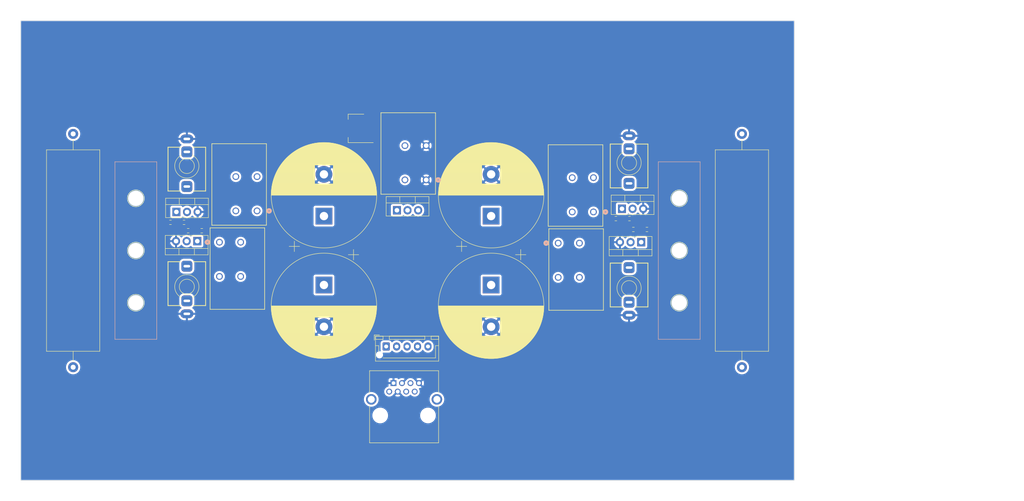
<source format=kicad_pcb>
(kicad_pcb (version 20221018) (generator pcbnew)
  (layers (0 "F.Cu" signal) (31 "B.Cu" signal) (34 "B.Paste" user) (35 "F.Paste" user) (36 "B.SilkS" user "B.Silkscreen") (37 "F.SilkS" user "F.Silkscreen") (38 "B.Mask" user) (39 "F.Mask" user) (44 "Edge.Cuts" user))
  (net 0 "")
  (net 1 "GND")
  (net 2 "LED_R")
  (net 3 "LED_G")
  (net 4 "LED_B")
  (net 5 "LED_W")
  (net 6 "VDC")
  (net 8 "drain_R")
  (net 9 "drain_G")
  (net 10 "drain_B")
  (net 11 "drain_W")
  (net 12 "Vin")
  (net 13 "Drain_shunt")
  (net 15 "Net-(Q201-G)")
  (net 19 "Net-(Q301-G)")
  (net 20 "Net-(Q401-G)")
  (net 21 "Net-(Q501-G)")
  (footprint "Capacitor_THT:CP_Radial_D25.0mm_P10.00mm_SnapIn" (layer "F.Cu") (at 120 108.25 -90)
    (fp_text reference "C301" hide)
    (fp_text value "2.2m" hide)
    (pad "1" thru_hole rect (at 0 0 270) (size 4 4) (drill 2) (layers "*.Cu" "*.Mask") (net 6 "VDC"))
    (pad "2" thru_hole circle (at 10 0 270) (size 4 4) (drill 2) (layers "*.Cu" "*.Mask") (net 1 "GND"))
  )
  (footprint "Package_TO_SOT_THT:TO-220-3_Vertical" (layer "F.Cu") (at 151.3 90)
    (fp_text reference "Q201" hide)
    (fp_text value "FQP30N06L" hide)
    (pad "1" thru_hole rect (at 0 0) (size 1.905 2) (drill 1.1) (layers "*.Cu" "*.Mask") (net 15 "Net-(Q201-G)"))
    (pad "2" thru_hole oval (at 2.54 0) (size 1.905 2) (drill 1.1) (layers "*.Cu" "*.Mask") (net 8 "drain_R"))
    (pad "3" thru_hole oval (at 5.08 0) (size 1.905 2) (drill 1.1) (layers "*.Cu" "*.Mask") (net 1 "GND"))
  )
  (footprint "matterwave:RJ45" (layer "F.Cu") (at 99.175 137.41466)
    (fp_text reference "CO101" hide)
    (fp_text value "RJ45" hide)
    (pad "" np_thru_hole circle (at -5.715 2.08534) (size 3.25 3.25) (drill 3.25) (layers "*.Cu" "*.Mask"))
    (pad "" np_thru_hole circle (at 5.715 2.08534) (size 3.25 3.25) (drill 3.25) (layers "*.Cu" "*.Mask"))
    (pad "Bl" thru_hole circle (at 0.505 -3.63466) (size 1.398 1.398) (drill 0.89) (layers "*.Cu" "*.Mask") (net 3 "LED_G"))
    (pad "Bl*" thru_hole circle (at -0.505 -5.66466) (size 1.398 1.398) (drill 0.89) (layers "*.Cu" "*.Mask") (net 1 "GND"))
    (pad "Br" thru_hole circle (at 2.535 -3.63466) (size 1.398 1.398) (drill 0.89) (layers "*.Cu" "*.Mask") (net 5 "LED_W"))
    (pad "Br*" thru_hole circle (at 3.555 -5.66466) (size 1.398 1.398) (drill 0.89) (layers "*.Cu" "*.Mask") (net 1 "GND"))
    (pad "Gr" thru_hole circle (at 1.525 -5.66466) (size 1.398 1.398) (drill 0.89) (layers "*.Cu" "*.Mask") (net 4 "LED_B"))
    (pad "Gr*" thru_hole circle (at -1.525 -3.63466) (size 1.398 1.398) (drill 0.89) (layers "*.Cu" "*.Mask") (net 1 "GND"))
    (pad "Or" thru_hole circle (at -3.555 -3.63466) (size 1.398 1.398) (drill 0.89) (layers "*.Cu" "*.Mask") (net 2 "LED_R"))
    (pad "Or*" thru_hole rect (at -2.535 -5.66466) (size 1.398 1.398) (drill 0.89) (layers "*.Cu" "*.Mask") (net 1 "GND"))
    (pad "S" thru_hole circle (at -7.85 -1.77466) (size 2.52 2.52) (drill 1.68) (layers "*.Cu" "*.Mask"))
    (pad "S" thru_hole circle (at 7.85 -1.77466) (size 2.52 2.52) (drill 1.68) (layers "*.Cu" "*.Mask"))
  )
  (footprint "MountingEquipment:DINRailAdapter_3xM3_PhoenixContact_1201578" (layer "F.Cu") (at 35 100 90)
    (fp_text reference "H102" hide)
    (fp_text value "MountingHole" hide)
    (pad "" np_thru_hole circle (at -12.5 0 90) (size 3.2 3.2) (drill 3.2) (layers "*.Cu" "*.Mask"))
    (pad "" np_thru_hole circle (at 0 0 90) (size 3.2 3.2) (drill 3.2) (layers "*.Cu" "*.Mask"))
    (pad "" np_thru_hole circle (at 12.5 0 90) (size 3.2 3.2) (drill 3.2) (layers "*.Cu" "*.Mask"))
  )
  (footprint "Resistor_SMD:R_0603_1608Metric" (layer "F.Cu") (at 153.09 92.35 180)
    (fp_text reference "R202" hide)
    (fp_text value "470k" hide)
    (pad "1" smd roundrect (at -0.825 0 180) (size 0.8 0.95) (layers "F.Cu" "F.Paste" "F.Mask") (net 1 "GND"))
    (pad "2" smd roundrect (at 0.825 0 180) (size 0.8 0.95) (layers "F.Cu" "F.Paste" "F.Mask") (net 15 "Net-(Q201-G)"))
  )
  (footprint "AudioJacks:Jack_3.5mm_QingPu_WQP-PJ301M-12_Vertical" (layer "F.Cu") (at 47.2 79.75 180)
    (fp_text reference "J502" hide)
    (fp_text value "mono-jack" hide)
    (pad "S" thru_hole oval (at 0 6.48 180) (size 3.1 2.1) (drill oval 1.6 0.6) (layers "*.Cu" "*.Mask") (net 1 "GND"))
    (pad "T" thru_hole roundrect (at 0 -4.92 180) (size 2.6 2.6) (drill oval 1.6 0.6) (layers "*.Cu" "*.Mask") (net 5 "LED_W"))
    (pad "TN" thru_hole roundrect (at 0 3.38 180) (size 2.6 2.6) (drill oval 1.6 0.6) (layers "*.Cu" "*.Mask"))
  )
  (footprint "Capacitor_THT:CP_Radial_D25.0mm_P10.00mm_SnapIn" (layer "F.Cu") (at 120 91.75 90)
    (fp_text reference "C201" hide)
    (fp_text value "2.2m" hide)
    (pad "1" thru_hole rect (at 0 0 90) (size 4 4) (drill 2) (layers "*.Cu" "*.Mask") (net 6 "VDC"))
    (pad "2" thru_hole circle (at 10 0 90) (size 4 4) (drill 2) (layers "*.Cu" "*.Mask") (net 1 "GND"))
  )
  (footprint "Package_TO_SOT_THT:TO-220-3_Vertical" (layer "F.Cu") (at 49.7 97.75 180)
    (fp_text reference "Q401" hide)
    (fp_text value "FQP30N06L" hide)
    (pad "1" thru_hole rect (at 0 0 180) (size 1.905 2) (drill 1.1) (layers "*.Cu" "*.Mask") (net 20 "Net-(Q401-G)"))
    (pad "2" thru_hole oval (at 2.54 0 180) (size 1.905 2) (drill 1.1) (layers "*.Cu" "*.Mask") (net 10 "drain_B"))
    (pad "3" thru_hole oval (at 5.08 0 180) (size 1.905 2) (drill 1.1) (layers "*.Cu" "*.Mask") (net 1 "GND"))
  )
  (footprint "Resistor_THT:R_Axial_Power_L48.0mm_W12.5mm_P55.88mm" (layer "F.Cu") (at 180 127.94 90)
    (fp_text reference "R109" hide)
    (fp_text value "1k" hide)
    (pad "1" thru_hole circle (at 0 0 90) (size 2.4 2.4) (drill 1.2) (layers "*.Cu" "*.Mask") (net 6 "VDC"))
    (pad "2" thru_hole oval (at 55.88 0 90) (size 2.4 2.4) (drill 1.2) (layers "*.Cu" "*.Mask") (net 13 "Drain_shunt"))
  )
  (footprint "Resistor_SMD:R_0603_1608Metric" (layer "F.Cu") (at 43.28 93.25)
    (fp_text reference "R501" hide)
    (fp_text value "100R" hide)
    (pad "1" smd roundrect (at -0.825 0) (size 0.8 0.95) (layers "F.Cu" "F.Paste" "F.Mask") (net 5 "LED_W"))
    (pad "2" smd roundrect (at 0.825 0) (size 0.8 0.95) (layers "F.Cu" "F.Paste" "F.Mask") (net 21 "Net-(Q501-G)"))
  )
  (footprint "Resistor_SMD:R_0603_1608Metric" (layer "F.Cu") (at 50.775 95.25 180)
    (fp_text reference "R402" hide)
    (fp_text value "470k" hide)
    (pad "1" smd roundrect (at -0.825 0 180) (size 0.8 0.95) (layers "F.Cu" "F.Paste" "F.Mask") (net 1 "GND"))
    (pad "2" smd roundrect (at 0.825 0 180) (size 0.8 0.95) (layers "F.Cu" "F.Paste" "F.Mask") (net 20 "Net-(Q401-G)"))
  )
  (footprint "AudioJacks:Jack_3.5mm_QingPu_WQP-PJ301M-12_Vertical" (layer "F.Cu") (at 153 79 180)
    (fp_text reference "J202" hide)
    (fp_text value "mono-jack" hide)
    (pad "S" thru_hole oval (at 0 6.48 180) (size 3.1 2.1) (drill oval 1.6 0.6) (layers "*.Cu" "*.Mask") (net 1 "GND"))
    (pad "T" thru_hole roundrect (at 0 -4.92 180) (size 2.6 2.6) (drill oval 1.6 0.6) (layers "*.Cu" "*.Mask") (net 2 "LED_R"))
    (pad "TN" thru_hole roundrect (at 0 3.38 180) (size 2.6 2.6) (drill oval 1.6 0.6) (layers "*.Cu" "*.Mask"))
  )
  (footprint "Resistor_SMD:R_0603_1608Metric" (layer "F.Cu") (at 46.53 93.25 180)
    (fp_text reference "R502" hide)
    (fp_text value "470k" hide)
    (pad "1" smd roundrect (at -0.825 0 180) (size 0.8 0.95) (layers "F.Cu" "F.Paste" "F.Mask") (net 1 "GND"))
    (pad "2" smd roundrect (at 0.825 0 180) (size 0.8 0.95) (layers "F.Cu" "F.Paste" "F.Mask") (net 21 "Net-(Q501-G)"))
  )
  (footprint "matterwave:CONN_1330710000" (layer "F.Cu") (at 104.4592 83.0787 180)
    (fp_text reference "J101" hide)
    (fp_text value "Power_in" hide)
    (pad "1" thru_hole circle (at 0 0 180) (size 1.6002 1.6002) (drill 1.0922) (layers "*.Cu" "*.Mask") (net 1 "GND"))
    (pad "1" thru_hole circle (at 0 8.2042 180) (size 1.6002 1.6002) (drill 1.0922) (layers "*.Cu" "*.Mask") (net 1 "GND"))
    (pad "2" thru_hole circle (at 5.08 0 180) (size 1.6002 1.6002) (drill 1.0922) (layers "*.Cu" "*.Mask") (net 12 "Vin"))
    (pad "2" thru_hole circle (at 5.08 8.2042 180) (size 1.6002 1.6002) (drill 1.0922) (layers "*.Cu" "*.Mask") (net 12 "Vin"))
  )
  (footprint "Package_TO_SOT_SMD:SOT-223-3_TabPin2" (layer "F.Cu") (at 87.7 70.75 180)
    (fp_text reference "Q105" hide)
    (fp_text value "BSP149" hide)
    (pad "1" smd rect (at -3.15 -2.3 180) (size 2 1.5) (layers "F.Cu" "F.Paste" "F.Mask") (net 12 "Vin"))
    (pad "2" smd rect (at -3.15 0 180) (size 2 1.5) (layers "F.Cu" "F.Paste" "F.Mask") (net 13 "Drain_shunt"))
    (pad "2" smd rect (at 3.15 0 180) (size 2 3.8) (layers "F.Cu" "F.Paste" "F.Mask") (net 13 "Drain_shunt"))
    (pad "3" smd rect (at -3.15 2.3 180) (size 2 1.5) (layers "F.Cu" "F.Paste" "F.Mask") (net 1 "GND"))
  )
  (footprint "Resistor_SMD:R_0603_1608Metric" (layer "F.Cu") (at 154.025 94.95)
    (fp_text reference "R302" hide)
    (fp_text value "470k" hide)
    (pad "1" smd roundrect (at -0.825 0) (size 0.8 0.95) (layers "F.Cu" "F.Paste" "F.Mask") (net 1 "GND"))
    (pad "2" smd roundrect (at 0.825 0) (size 0.8 0.95) (layers "F.Cu" "F.Paste" "F.Mask") (net 19 "Net-(Q301-G)"))
  )
  (footprint "Capacitor_THT:CP_Radial_D25.0mm_P10.00mm_SnapIn" (layer "F.Cu") (at 80 108.25 -90)
    (fp_text reference "C401" hide)
    (fp_text value "2.2m" hide)
    (pad "1" thru_hole rect (at 0 0 270) (size 4 4) (drill 2) (layers "*.Cu" "*.Mask") (net 6 "VDC"))
    (pad "2" thru_hole circle (at 10 0 270) (size 4 4) (drill 2) (layers "*.Cu" "*.Mask") (net 1 "GND"))
  )
  (footprint "matterwave:CONN_1330710000" (layer "F.Cu") (at 136.0408 98.2213)
    (fp_text reference "J103" hide)
    (fp_text value "LED_G" hide)
    (pad "1" thru_hole circle (at 0 0) (size 1.6002 1.6002) (drill 1.0922) (layers "*.Cu" "*.Mask") (net 6 "VDC"))
    (pad "1" thru_hole circle (at 0 8.2042) (size 1.6002 1.6002) (drill 1.0922) (layers "*.Cu" "*.Mask") (net 6 "VDC"))
    (pad "2" thru_hole circle (at 5.08 0) (size 1.6002 1.6002) (drill 1.0922) (layers "*.Cu" "*.Mask") (net 9 "drain_G"))
    (pad "2" thru_hole circle (at 5.08 8.2042) (size 1.6002 1.6002) (drill 1.0922) (layers "*.Cu" "*.Mask") (net 9 "drain_G"))
  )
  (footprint "Package_TO_SOT_THT:TO-220-3_Vertical" (layer "F.Cu") (at 97.46 90.355)
    (fp_text reference "D103" hide)
    (fp_text value "D_Schottky_AKA" hide)
    (pad "1" thru_hole rect (at 0 0) (size 1.905 2) (drill 1.1) (layers "*.Cu" "*.Mask") (net 12 "Vin"))
    (pad "2" thru_hole oval (at 2.54 0) (size 1.905 2) (drill 1.1) (layers "*.Cu" "*.Mask") (net 6 "VDC"))
    (pad "3" thru_hole oval (at 5.08 0) (size 1.905 2) (drill 1.1) (layers "*.Cu" "*.Mask") (net 12 "Vin"))
  )
  (footprint "Connector_JST:JST_XH_B5B-XH-AM_1x05_P2.50mm_Vertical" (layer "F.Cu") (at 94.89 122.975)
    (fp_text reference "D101" hide)
    (fp_text value "LED_RGBW" hide)
    (pad "" np_thru_hole circle (at -1.6 2) (size 1.2 1.2) (drill 1.2) (layers "*.Cu" "*.Mask"))
    (pad "1" thru_hole roundrect (at 0 0) (size 1.7 1.95) (drill 0.95) (layers "*.Cu" "*.Mask") (roundrect_rratio 0.147059) (net 8 "drain_R"))
    (pad "2" thru_hole oval (at 2.5 0) (size 1.7 1.95) (drill 0.95) (layers "*.Cu" "*.Mask") (net 9 "drain_G"))
    (pad "3" thru_hole oval (at 5 0) (size 1.7 1.95) (drill 0.95) (layers "*.Cu" "*.Mask") (net 10 "drain_B"))
    (pad "4" thru_hole oval (at 7.5 0) (size 1.7 1.95) (drill 0.95) (layers "*.Cu" "*.Mask") (net 11 "drain_W"))
    (pad "5" thru_hole oval (at 10 0) (size 1.7 1.95) (drill 0.95) (layers "*.Cu" "*.Mask") (net 6 "VDC"))
  )
  (footprint "MountingEquipment:DINRailAdapter_3xM3_PhoenixContact_1201578" (layer "F.Cu") (at 165 100 90)
    (fp_text reference "H101" hide)
    (fp_text value "MountingHole" hide)
    (pad "" np_thru_hole circle (at -12.5 0 90) (size 3.2 3.2) (drill 3.2) (layers "*.Cu" "*.Mask"))
    (pad "" np_thru_hole circle (at 0 0 90) (size 3.2 3.2) (drill 3.2) (layers "*.Cu" "*.Mask"))
    (pad "" np_thru_hole circle (at 12.5 0 90) (size 3.2 3.2) (drill 3.2) (layers "*.Cu" "*.Mask"))
  )
  (footprint "Package_TO_SOT_THT:TO-220-3_Vertical" (layer "F.Cu") (at 44.7 90.75)
    (fp_text reference "Q501" hide)
    (fp_text value "FQP30N06L" hide)
    (pad "1" thru_hole rect (at 0 0) (size 1.905 2) (drill 1.1) (layers "*.Cu" "*.Mask") (net 21 "Net-(Q501-G)"))
    (pad "2" thru_hole oval (at 2.54 0) (size 1.905 2) (drill 1.1) (layers "*.Cu" "*.Mask") (net 11 "drain_W"))
    (pad "3" thru_hole oval (at 5.08 0) (size 1.905 2) (drill 1.1) (layers "*.Cu" "*.Mask") (net 1 "GND"))
  )
  (footprint "Resistor_SMD:R_0603_1608Metric" (layer "F.Cu") (at 149.84 92.35)
    (fp_text reference "R201" hide)
    (fp_text value "100R" hide)
    (pad "1" smd roundrect (at -0.825 0) (size 0.8 0.95) (layers "F.Cu" "F.Paste" "F.Mask") (net 2 "LED_R"))
    (pad "2" smd roundrect (at 0.825 0) (size 0.8 0.95) (layers "F.Cu" "F.Paste" "F.Mask") (net 15 "Net-(Q201-G)"))
  )
  (footprint "AudioJacks:Jack_3.5mm_QingPu_WQP-PJ301M-12_Vertical" (layer "F.Cu") (at 153 109)
    (fp_text reference "J302" hide)
    (fp_text value "mono-jack" hide)
    (pad "S" thru_hole oval (at 0 6.48) (size 3.1 2.1) (drill oval 1.6 0.6) (layers "*.Cu" "*.Mask") (net 1 "GND"))
    (pad "T" thru_hole roundrect (at 0 -4.92) (size 2.6 2.6) (drill oval 1.6 0.6) (layers "*.Cu" "*.Mask") (net 3 "LED_G"))
    (pad "TN" thru_hole roundrect (at 0 3.38) (size 2.6 2.6) (drill oval 1.6 0.6) (layers "*.Cu" "*.Mask"))
  )
  (footprint "matterwave:CONN_1330710000" (layer "F.Cu") (at 144.48 90.7542 180)
    (fp_text reference "J102" hide)
    (fp_text value "LED_R" hide)
    (pad "1" thru_hole circle (at 0 0 180) (size 1.6002 1.6002) (drill 1.0922) (layers "*.Cu" "*.Mask") (net 8 "drain_R"))
    (pad "1" thru_hole circle (at 0 8.2042 180) (size 1.6002 1.6002) (drill 1.0922) (layers "*.Cu" "*.Mask") (net 8 "drain_R"))
    (pad "2" thru_hole circle (at 5.08 0 180) (size 1.6002 1.6002) (drill 1.0922) (layers "*.Cu" "*.Mask") (net 6 "VDC"))
    (pad "2" thru_hole circle (at 5.08 8.2042 180) (size 1.6002 1.6002) (drill 1.0922) (layers "*.Cu" "*.Mask") (net 6 "VDC"))
  )
  (footprint "AudioJacks:Jack_3.5mm_QingPu_WQP-PJ301M-12_Vertical" (layer "F.Cu") (at 47.2 108.67)
    (fp_text reference "J402" hide)
    (fp_text value "mono-jack" hide)
    (pad "S" thru_hole oval (at 0 6.48) (size 3.1 2.1) (drill oval 1.6 0.6) (layers "*.Cu" "*.Mask") (net 1 "GND"))
    (pad "T" thru_hole roundrect (at 0 -4.92) (size 2.6 2.6) (drill oval 1.6 0.6) (layers "*.Cu" "*.Mask") (net 4 "LED_B"))
    (pad "TN" thru_hole roundrect (at 0 3.38) (size 2.6 2.6) (drill oval 1.6 0.6) (layers "*.Cu" "*.Mask"))
  )
  (footprint "matterwave:CONN_1330710000" (layer "F.Cu") (at 55 98)
    (fp_text reference "J105" hide)
    (fp_text value "LED_B" hide)
    (pad "1" thru_hole circle (at 0 0) (size 1.6002 1.6002) (drill 1.0922) (layers "*.Cu" "*.Mask") (net 10 "drain_B"))
    (pad "1" thru_hole circle (at 0 8.2042) (size 1.6002 1.6002) (drill 1.0922) (layers "*.Cu" "*.Mask") (net 10 "drain_B"))
    (pad "2" thru_hole circle (at 5.08 0) (size 1.6002 1.6002) (drill 1.0922) (layers "*.Cu" "*.Mask") (net 6 "VDC"))
    (pad "2" thru_hole circle (at 5.08 8.2042) (size 1.6002 1.6002) (drill 1.0922) (layers "*.Cu" "*.Mask") (net 6 "VDC"))
  )
  (footprint "Package_TO_SOT_THT:TO-220-3_Vertical" (layer "F.Cu") (at 155.9 98 180)
    (fp_text reference "Q301" hide)
    (fp_text value "FQP30N06L" hide)
    (pad "1" thru_hole rect (at 0 0 180) (size 1.905 2) (drill 1.1) (layers "*.Cu" "*.Mask") (net 19 "Net-(Q301-G)"))
    (pad "2" thru_hole oval (at 2.54 0 180) (size 1.905 2) (drill 1.1) (layers "*.Cu" "*.Mask") (net 9 "drain_G"))
    (pad "3" thru_hole oval (at 5.08 0 180) (size 1.905 2) (drill 1.1) (layers "*.Cu" "*.Mask") (net 1 "GND"))
  )
  (footprint "Capacitor_THT:CP_Radial_D25.0mm_P10.00mm_SnapIn" (layer "F.Cu") (at 80 91.75 90)
    (fp_text reference "C501" hide)
    (fp_text value "2.2m" hide)
    (pad "1" thru_hole rect (at 0 0 90) (size 4 4) (drill 2) (layers "*.Cu" "*.Mask") (net 6 "VDC"))
    (pad "2" thru_hole circle (at 10 0 90) (size 4 4) (drill 2) (layers "*.Cu" "*.Mask") (net 1 "GND"))
  )
  (footprint "matterwave:CONN_1330710000" (layer "F.Cu") (at 64 90.5 180)
    (fp_text reference "J104" hide)
    (fp_text value "LED_W" hide)
    (pad "1" thru_hole circle (at 0 0 180) (size 1.6002 1.6002) (drill 1.0922) (layers "*.Cu" "*.Mask") (net 6 "VDC"))
    (pad "1" thru_hole circle (at 0 8.2042 180) (size 1.6002 1.6002) (drill 1.0922) (layers "*.Cu" "*.Mask") (net 6 "VDC"))
    (pad "2" thru_hole circle (at 5.08 0 180) (size 1.6002 1.6002) (drill 1.0922) (layers "*.Cu" "*.Mask") (net 11 "drain_W"))
    (pad "2" thru_hole circle (at 5.08 8.2042 180) (size 1.6002 1.6002) (drill 1.0922) (layers "*.Cu" "*.Mask") (net 11 "drain_W"))
  )
  (footprint "Resistor_THT:R_Axial_Power_L48.0mm_W12.5mm_P55.88mm" (layer "F.Cu") (at 20 127.94 90)
    (fp_text reference "R110" hide)
    (fp_text value "1k" hide)
    (pad "1" thru_hole circle (at 0 0 90) (size 2.4 2.4) (drill 1.2) (layers "*.Cu" "*.Mask") (net 6 "VDC"))
    (pad "2" thru_hole oval (at 55.88 0 90) (size 2.4 2.4) (drill 1.2) (layers "*.Cu" "*.Mask") (net 13 "Drain_shunt"))
  )
  (footprint "Resistor_SMD:R_0603_1608Metric" (layer "F.Cu") (at 157.275 94.95 180)
    (fp_text reference "R301" hide)
    (fp_text value "100R" hide)
    (pad "1" smd roundrect (at -0.825 0 180) (size 0.8 0.95) (layers "F.Cu" "F.Paste" "F.Mask") (net 3 "LED_G"))
    (pad "2" smd roundrect (at 0.825 0 180) (size 0.8 0.95) (layers "F.Cu" "F.Paste" "F.Mask") (net 19 "Net-(Q301-G)"))
  )
  (footprint "Resistor_SMD:R_0603_1608Metric" (layer "F.Cu") (at 47.525 95.25)
    (fp_text reference "R401" hide)
    (fp_text value "100R" hide)
    (pad "1" smd roundrect (at -0.825 0) (size 0.8 0.95) (layers "F.Cu" "F.Paste" "F.Mask") (net 4 "LED_B"))
    (pad "2" smd roundrect (at 0.825 0) (size 0.8 0.95) (layers "F.Cu" "F.Paste" "F.Mask") (net 20 "Net-(Q401-G)"))
  )
  (gr_line (start 192.5 155) (end 7.5 155) (stroke (width 0.1)) (layer "Edge.Cuts"))
  (gr_line (start 7.5 155) (end 7.5 45) (stroke (width 0.1)) (layer "Edge.Cuts"))
  (gr_line (start 7.5 45) (end 192.5 45) (stroke (width 0.1)) (layer "Edge.Cuts"))
  (gr_line (start 192.5 45) (end 192.5 155) (stroke (width 0.1)) (layer "Edge.Cuts"))
  (zone (net 1) (net_name "GND") (layer "B.Cu") (connect_pads (clearance 0.5)) (min_thickness 0.25) (fill yes (thermal_gap 0.5) (thermal_bridge_width 0.5))
    (polygon (pts (xy 2.5 40) (xy 2.5 160) (xy 247.5 160) (xy 247.5 40)))
  )
)
</source>
